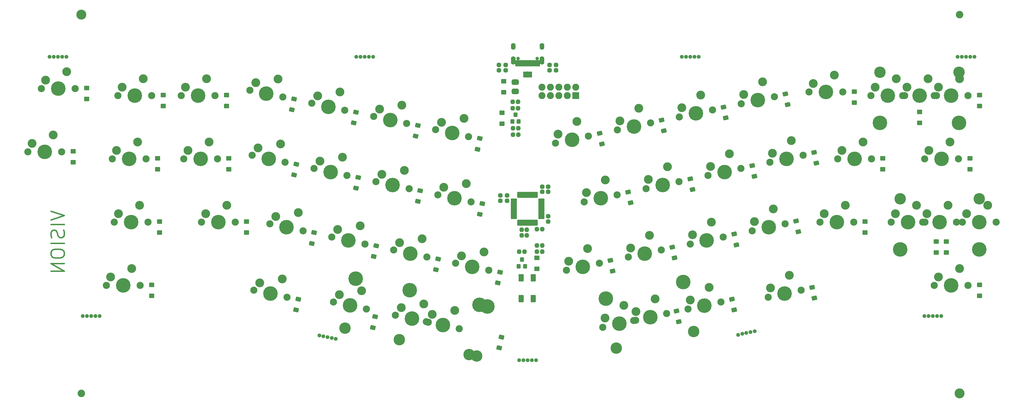
<source format=gbr>
%TF.GenerationSoftware,KiCad,Pcbnew,(6.0.11-0)*%
%TF.CreationDate,2023-07-09T00:15:19+09:00*%
%TF.ProjectId,Vision,56697369-6f6e-42e6-9b69-6361645f7063,rev?*%
%TF.SameCoordinates,Original*%
%TF.FileFunction,Soldermask,Bot*%
%TF.FilePolarity,Negative*%
%FSLAX46Y46*%
G04 Gerber Fmt 4.6, Leading zero omitted, Abs format (unit mm)*
G04 Created by KiCad (PCBNEW (6.0.11-0)) date 2023-07-09 00:15:19*
%MOMM*%
%LPD*%
G01*
G04 APERTURE LIST*
G04 Aperture macros list*
%AMRoundRect*
0 Rectangle with rounded corners*
0 $1 Rounding radius*
0 $2 $3 $4 $5 $6 $7 $8 $9 X,Y pos of 4 corners*
0 Add a 4 corners polygon primitive as box body*
4,1,4,$2,$3,$4,$5,$6,$7,$8,$9,$2,$3,0*
0 Add four circle primitives for the rounded corners*
1,1,$1+$1,$2,$3*
1,1,$1+$1,$4,$5*
1,1,$1+$1,$6,$7*
1,1,$1+$1,$8,$9*
0 Add four rect primitives between the rounded corners*
20,1,$1+$1,$2,$3,$4,$5,0*
20,1,$1+$1,$4,$5,$6,$7,0*
20,1,$1+$1,$6,$7,$8,$9,0*
20,1,$1+$1,$8,$9,$2,$3,0*%
G04 Aperture macros list end*
%ADD10C,0.400000*%
%ADD11C,2.150000*%
%ADD12C,4.387800*%
%ADD13C,2.650000*%
%ADD14C,3.448000*%
%ADD15C,1.187400*%
%ADD16RoundRect,0.200000X0.600000X-0.450000X0.600000X0.450000X-0.600000X0.450000X-0.600000X-0.450000X0*%
%ADD17RoundRect,0.200000X0.493328X-0.564913X0.680449X0.315419X-0.493328X0.564913X-0.680449X-0.315419X0*%
%ADD18RoundRect,0.200000X0.680449X-0.315419X0.493328X0.564913X-0.680449X0.315419X-0.493328X-0.564913X0*%
%ADD19RoundRect,0.450000X0.625000X-0.375000X0.625000X0.375000X-0.625000X0.375000X-0.625000X-0.375000X0*%
%ADD20RoundRect,0.418750X0.218750X0.256250X-0.218750X0.256250X-0.218750X-0.256250X0.218750X-0.256250X0*%
%ADD21C,1.050000*%
%ADD22RoundRect,0.200000X-0.300000X-0.725000X0.300000X-0.725000X0.300000X0.725000X-0.300000X0.725000X0*%
%ADD23RoundRect,0.200000X-0.150000X-0.725000X0.150000X-0.725000X0.150000X0.725000X-0.150000X0.725000X0*%
%ADD24O,1.400000X2.000000*%
%ADD25O,1.400000X2.500000*%
%ADD26RoundRect,0.418750X-0.218750X-0.256250X0.218750X-0.256250X0.218750X0.256250X-0.218750X0.256250X0*%
%ADD27RoundRect,0.418750X-0.256250X0.218750X-0.256250X-0.218750X0.256250X-0.218750X0.256250X0.218750X0*%
%ADD28RoundRect,0.418750X0.256250X-0.218750X0.256250X0.218750X-0.256250X0.218750X-0.256250X-0.218750X0*%
%ADD29RoundRect,0.200000X0.400000X-0.450000X0.400000X0.450000X-0.400000X0.450000X-0.400000X-0.450000X0*%
%ADD30RoundRect,0.250000X0.050000X-0.232500X0.050000X0.232500X-0.050000X0.232500X-0.050000X-0.232500X0*%
%ADD31RoundRect,0.300000X0.100000X-0.182500X0.100000X0.182500X-0.100000X0.182500X-0.100000X-0.182500X0*%
%ADD32RoundRect,0.200000X0.850000X-0.850000X0.850000X0.850000X-0.850000X0.850000X-0.850000X-0.850000X0*%
%ADD33O,2.100000X2.100000*%
%ADD34RoundRect,0.200000X-0.550000X0.900000X-0.550000X-0.900000X0.550000X-0.900000X0.550000X0.900000X0*%
%ADD35RoundRect,0.200000X-0.600000X0.450000X-0.600000X-0.450000X0.600000X-0.450000X0.600000X0.450000X0*%
%ADD36C,2.250000*%
%ADD37C,3.000000*%
%ADD38RoundRect,0.275000X0.075000X-0.662500X0.075000X0.662500X-0.075000X0.662500X-0.075000X-0.662500X0*%
%ADD39RoundRect,0.275000X0.662500X-0.075000X0.662500X0.075000X-0.662500X0.075000X-0.662500X-0.075000X0*%
G04 APERTURE END LIST*
D10*
%TO.C,H1*%
X66559523Y-132166666D02*
X70559523Y-133500000D01*
X66559523Y-134833333D01*
X70559523Y-136166666D02*
X66559523Y-136166666D01*
X70369047Y-137880952D02*
X70559523Y-138452380D01*
X70559523Y-139404761D01*
X70369047Y-139785714D01*
X70178571Y-139976190D01*
X69797619Y-140166666D01*
X69416666Y-140166666D01*
X69035714Y-139976190D01*
X68845238Y-139785714D01*
X68654761Y-139404761D01*
X68464285Y-138642857D01*
X68273809Y-138261904D01*
X68083333Y-138071428D01*
X67702380Y-137880952D01*
X67321428Y-137880952D01*
X66940476Y-138071428D01*
X66750000Y-138261904D01*
X66559523Y-138642857D01*
X66559523Y-139595238D01*
X66750000Y-140166666D01*
X70559523Y-141880952D02*
X66559523Y-141880952D01*
X66559523Y-144547619D02*
X66559523Y-145309523D01*
X66750000Y-145690476D01*
X67130952Y-146071428D01*
X67892857Y-146261904D01*
X69226190Y-146261904D01*
X69988095Y-146071428D01*
X70369047Y-145690476D01*
X70559523Y-145309523D01*
X70559523Y-144547619D01*
X70369047Y-144166666D01*
X69988095Y-143785714D01*
X69226190Y-143595238D01*
X67892857Y-143595238D01*
X67130952Y-143785714D01*
X66750000Y-144166666D01*
X66559523Y-144547619D01*
X70559523Y-147976190D02*
X66559523Y-147976190D01*
X70559523Y-150261904D01*
X66559523Y-150261904D01*
%TD*%
D11*
%TO.C,K_\u002C1*%
X287513991Y-135994400D03*
X277576011Y-138106782D03*
D12*
X282545001Y-137050591D03*
D13*
X278290163Y-135358240D03*
X283973305Y-131553505D03*
%TD*%
D11*
%TO.C,K_;1*%
X313485001Y-116440592D03*
X303325001Y-116440592D03*
D12*
X308405001Y-116440592D03*
D13*
X304595001Y-113900592D03*
X310945001Y-111360592D03*
%TD*%
D11*
%TO.C,K_A1*%
X116685002Y-116440593D03*
X106525002Y-116440593D03*
D12*
X111605002Y-116440593D03*
D13*
X107795002Y-113900593D03*
X114145002Y-111360593D03*
%TD*%
D11*
%TO.C,K_ALT1*%
X137613990Y-158096784D03*
X127676010Y-155984402D03*
D12*
X132645000Y-157040593D03*
D13*
X129446353Y-153763955D03*
X136185686Y-152599699D03*
%TD*%
D11*
%TO.C,K_B1*%
X198325126Y-149988936D03*
D12*
X193356136Y-148932745D03*
D11*
X188387146Y-147876554D03*
D13*
X190157489Y-145656107D03*
X196896822Y-144491851D03*
%TD*%
D12*
%TO.C,K_C1*%
X156088712Y-141011309D03*
D11*
X151119722Y-139955118D03*
X161057702Y-142067500D03*
D13*
X152890065Y-137734671D03*
X159629398Y-136570415D03*
%TD*%
D11*
%TO.C,K_CTRL1*%
X83300001Y-154540592D03*
X93460001Y-154540592D03*
D12*
X88380001Y-154540592D03*
D13*
X84570001Y-152000592D03*
X90920001Y-149460592D03*
%TD*%
D12*
%TO.C,K_D1*%
X150738712Y-120401310D03*
D11*
X145769722Y-119345119D03*
X155707702Y-121457501D03*
D13*
X147540065Y-117124672D03*
X154279398Y-115960416D03*
%TD*%
D11*
%TO.C,K_E1*%
X145069722Y-99715119D03*
D12*
X150038712Y-100771310D03*
D11*
X155007702Y-101827501D03*
D13*
X146840065Y-97494672D03*
X153579398Y-96330416D03*
%TD*%
D11*
%TO.C,K_F1*%
X164403434Y-123305837D03*
D12*
X169372424Y-124362028D03*
D11*
X174341414Y-125418219D03*
D13*
X166173777Y-121085390D03*
X172913110Y-119921134D03*
%TD*%
D12*
%TO.C,K_G1*%
X188006136Y-128322745D03*
D11*
X183037146Y-127266554D03*
X192975126Y-129378936D03*
D13*
X184807489Y-125046107D03*
X191546822Y-123881851D03*
%TD*%
D12*
%TO.C,K_H1*%
X232003865Y-128322744D03*
D11*
X236972855Y-127266553D03*
X227034875Y-129378935D03*
D13*
X227749027Y-126630393D03*
X233432169Y-122825658D03*
%TD*%
D11*
%TO.C,K_I1*%
X255682299Y-103807502D03*
X265620279Y-101695120D03*
D12*
X260651289Y-102751311D03*
D13*
X256396451Y-101058960D03*
X262079593Y-97254225D03*
%TD*%
D11*
%TO.C,K_J1*%
X245668587Y-125418219D03*
X255606567Y-123305837D03*
D12*
X250637577Y-124362028D03*
D13*
X246382739Y-122669677D03*
X252065881Y-118864942D03*
%TD*%
D12*
%TO.C,K_K1*%
X269271289Y-120401310D03*
D11*
X264302299Y-121457501D03*
X274240279Y-119345119D03*
D13*
X265016451Y-118708959D03*
X270699593Y-114904224D03*
%TD*%
D11*
%TO.C,K_L1*%
X282936010Y-117496784D03*
X292873990Y-115384402D03*
D12*
X287905000Y-116440593D03*
D13*
X283650162Y-114748242D03*
X289333304Y-110943507D03*
%TD*%
D12*
%TO.C,K_M1*%
X263911288Y-141011309D03*
D11*
X268880278Y-139955118D03*
X258942298Y-142067500D03*
D13*
X259656450Y-139318958D03*
X265339592Y-135514223D03*
%TD*%
D11*
%TO.C,K_N1*%
X250246567Y-143915836D03*
D12*
X245277577Y-144972027D03*
D11*
X240308587Y-146028218D03*
D13*
X241022739Y-143279676D03*
X246705881Y-139474941D03*
%TD*%
D12*
%TO.C,K_O1*%
X279285001Y-98790593D03*
D11*
X284253991Y-97734402D03*
X274316011Y-99846784D03*
D13*
X275030163Y-97098242D03*
X280713305Y-93293507D03*
%TD*%
D11*
%TO.C,K_P1*%
X294705001Y-96330593D03*
D12*
X299785001Y-96330593D03*
D11*
X304865001Y-96330593D03*
D13*
X295975001Y-93790593D03*
X302325001Y-91250593D03*
%TD*%
D11*
%TO.C,K_Q1*%
X105825000Y-97390592D03*
X115985000Y-97390592D03*
D12*
X110905000Y-97390592D03*
D13*
X107095000Y-94850592D03*
X113445000Y-92310592D03*
%TD*%
D11*
%TO.C,K_R1*%
X173641414Y-105788219D03*
X163703434Y-103675837D03*
D12*
X168672424Y-104732028D03*
D13*
X165473777Y-101455390D03*
X172213110Y-100291134D03*
%TD*%
D11*
%TO.C,K_S1*%
X137073989Y-117496784D03*
X127136009Y-115384402D03*
D12*
X132104999Y-116440593D03*
D13*
X128906352Y-113163955D03*
X135645685Y-111999699D03*
%TD*%
D12*
%TO.C,K_SHIFT1*%
X90761251Y-135490592D03*
D11*
X85681251Y-135490592D03*
X95841251Y-135490592D03*
D13*
X86951251Y-132950592D03*
X93301251Y-130410592D03*
%TD*%
D11*
%TO.C,K_SHIFT2*%
X319396250Y-135490592D03*
X329556250Y-135490592D03*
D12*
X324476250Y-135490592D03*
D13*
X320666250Y-132950592D03*
X327016250Y-130410592D03*
%TD*%
D11*
%TO.C,K_T1*%
X192275126Y-109748937D03*
X182337146Y-107636555D03*
D12*
X187306136Y-108692746D03*
D13*
X184107489Y-105416108D03*
X190846822Y-104251852D03*
%TD*%
D11*
%TO.C,K_TAB1*%
X85093751Y-116440593D03*
D12*
X90173751Y-116440593D03*
D11*
X95253751Y-116440593D03*
D13*
X86363751Y-113900593D03*
X92713751Y-111360593D03*
%TD*%
D12*
%TO.C,K_U1*%
X242017576Y-106712028D03*
D11*
X237048586Y-107768219D03*
X246986566Y-105655837D03*
D13*
X237762738Y-105019677D03*
X243445880Y-101214942D03*
%TD*%
D12*
%TO.C,K_V1*%
X174722424Y-144972027D03*
D11*
X169753434Y-143915836D03*
X179691414Y-146028218D03*
D13*
X171523777Y-141695389D03*
X178263110Y-140531133D03*
%TD*%
D11*
%TO.C,K_W1*%
X126436011Y-95754401D03*
X136373991Y-97866783D03*
D12*
X131405001Y-96810592D03*
D13*
X128206354Y-93533954D03*
X134945687Y-92369698D03*
%TD*%
D12*
%TO.C,K_WIN1*%
X156566598Y-160588476D03*
D11*
X161535588Y-161644667D03*
X151597608Y-159532285D03*
D13*
X153367951Y-157311838D03*
X160107284Y-156147582D03*
%TD*%
D11*
%TO.C,K_X1*%
X132486010Y-135994401D03*
D12*
X137455000Y-137050592D03*
D11*
X142423990Y-138106783D03*
D13*
X134256353Y-133773954D03*
X140995686Y-132609698D03*
%TD*%
D12*
%TO.C,K_Z1*%
X116955000Y-135490592D03*
D11*
X111875000Y-135490592D03*
X122035000Y-135490592D03*
D13*
X113145000Y-132950592D03*
X119495000Y-130410592D03*
%TD*%
D12*
%TO.C,K_ENTER1*%
X334598751Y-116440593D03*
D11*
X339678751Y-116440593D03*
X329518751Y-116440593D03*
D13*
X330788751Y-113900593D03*
X337138751Y-111360593D03*
%TD*%
D12*
%TO.C,K_.1*%
X303045001Y-135490592D03*
D11*
X297965001Y-135490592D03*
X308125001Y-135490592D03*
D13*
X299235001Y-132950592D03*
X305585001Y-130410592D03*
%TD*%
D11*
%TO.C,K_ALT2*%
X282386011Y-158096782D03*
X292323991Y-155984400D03*
D12*
X287355001Y-157040591D03*
D13*
X283100163Y-155348240D03*
X288783305Y-151543505D03*
%TD*%
D11*
%TO.C,K_B2*%
X231612855Y-147876554D03*
D12*
X226643865Y-148932745D03*
D11*
X221674875Y-149988936D03*
D13*
X222389027Y-147240394D03*
X228072169Y-143435659D03*
%TD*%
D12*
%TO.C,K_CTRL2*%
X337464500Y-154540592D03*
D11*
X342544500Y-154540592D03*
X332384500Y-154540592D03*
D13*
X333654500Y-152000592D03*
X340004500Y-149460592D03*
%TD*%
D11*
%TO.C,K_DEL1*%
X342545001Y-97390593D03*
D12*
X337465001Y-97390593D03*
D11*
X332385001Y-97390593D03*
D13*
X333655001Y-94850593D03*
X340005001Y-92310593D03*
%TD*%
D11*
%TO.C,K_ESC1*%
X96935001Y-97390593D03*
X86775001Y-97390593D03*
D12*
X91855001Y-97390593D03*
D13*
X88045001Y-94850593D03*
X94395001Y-92310593D03*
%TD*%
D11*
%TO.C,K_FN1*%
X340827501Y-135490592D03*
X350987501Y-135490592D03*
D12*
X345907501Y-135490592D03*
D13*
X342097501Y-132950592D03*
X348447501Y-130410592D03*
%TD*%
D11*
%TO.C,K_BSPC1*%
X323495001Y-97390592D03*
D12*
X318415001Y-97390592D03*
D11*
X313335001Y-97390592D03*
D13*
X314605001Y-94850592D03*
X320955001Y-92310592D03*
%TD*%
D11*
%TO.C,K_PGDN1*%
X59685000Y-114300593D03*
D12*
X64765000Y-114300593D03*
D11*
X69845000Y-114300593D03*
D13*
X60955000Y-111760593D03*
X67305000Y-109220593D03*
%TD*%
D11*
%TO.C,K_PGUP1*%
X63755002Y-95250593D03*
X73915002Y-95250593D03*
D12*
X68835002Y-95250593D03*
D13*
X65025002Y-92710593D03*
X71375002Y-90170593D03*
%TD*%
D11*
%TO.C,K_SPC1*%
X179548172Y-165473359D03*
D12*
X184517162Y-166529550D03*
D11*
X189486152Y-167585741D03*
D12*
X197879543Y-160930390D03*
D14*
X171418829Y-170886462D03*
X194710969Y-175837360D03*
D12*
X174587403Y-155979493D03*
D13*
X181318515Y-163252912D03*
X188057848Y-162088656D03*
%TD*%
D11*
%TO.C,K_SPC2*%
X232623235Y-167137378D03*
D12*
X237592225Y-166081187D03*
D11*
X242561215Y-165024996D03*
D13*
X233337387Y-164388836D03*
X239020529Y-160584101D03*
%TD*%
D12*
%TO.C,K_WIN2*%
X263213578Y-160635200D03*
D11*
X268182568Y-159579009D03*
X258244588Y-161691391D03*
D13*
X258958740Y-158942849D03*
X264641882Y-155138114D03*
%TD*%
D11*
%TO.C,K_Y1*%
X228352855Y-109616555D03*
D12*
X223383865Y-110672746D03*
D11*
X218414875Y-111728937D03*
D13*
X219129027Y-108980395D03*
X224812169Y-105175660D03*
%TD*%
D15*
%TO.C,H7*%
X275839133Y-168885953D03*
X277081381Y-168621905D03*
X278323628Y-168357857D03*
X274596886Y-169150000D03*
X273354639Y-169414048D03*
%TD*%
%TO.C,H9*%
X343227501Y-85704000D03*
X339417501Y-85704000D03*
X340687501Y-85704000D03*
X344497501Y-85704000D03*
X341957501Y-85704000D03*
%TD*%
%TO.C,H10*%
X260270000Y-85704001D03*
X261540000Y-85704001D03*
X256460000Y-85704001D03*
X257730000Y-85704001D03*
X259000000Y-85704001D03*
%TD*%
%TO.C,H12*%
X67445001Y-85703999D03*
X66175001Y-85703999D03*
X69985001Y-85703999D03*
X68715001Y-85703999D03*
X71255001Y-85703999D03*
%TD*%
%TO.C,H13*%
X79985001Y-163786591D03*
X77445001Y-163786591D03*
X81255001Y-163786591D03*
X78715001Y-163786591D03*
X76175001Y-163786591D03*
%TD*%
%TO.C,H15*%
X208730000Y-177086880D03*
X210000000Y-177086880D03*
X212540000Y-177086880D03*
X207460000Y-177086880D03*
X211270000Y-177086880D03*
%TD*%
%TO.C,H11*%
X159730000Y-85704000D03*
X161000000Y-85704000D03*
X158460000Y-85704000D03*
X162270000Y-85704000D03*
X163540000Y-85704000D03*
%TD*%
%TO.C,H14*%
X151075615Y-170415598D03*
X149833368Y-170151551D03*
X152317862Y-170679646D03*
X147348873Y-169623455D03*
X148591120Y-169887503D03*
%TD*%
%TO.C,H8*%
X333227501Y-163786591D03*
X331957501Y-163786591D03*
X334497501Y-163786591D03*
X329417501Y-163786591D03*
X330687501Y-163786591D03*
%TD*%
D14*
%TO.C,K_SHIFT3*%
X345907501Y-128505592D03*
D11*
X328921251Y-135490592D03*
D12*
X345907501Y-143745592D03*
D14*
X322095001Y-128505592D03*
D11*
X339081251Y-135490592D03*
D12*
X334001251Y-135490592D03*
X322095001Y-143745592D03*
D13*
X330191251Y-132950592D03*
X336541251Y-130410592D03*
%TD*%
D12*
%TO.C,K_SPC3*%
X175200305Y-164549191D03*
D11*
X180169295Y-165605382D03*
D14*
X192381754Y-175342270D03*
D12*
X158282904Y-152513865D03*
D14*
X155114330Y-167420834D03*
D12*
X195550328Y-160435300D03*
D11*
X170231315Y-163493000D03*
D13*
X172001658Y-161272553D03*
X178740991Y-160108297D03*
%TD*%
D11*
%TO.C,K_SPC4*%
X251878071Y-163044637D03*
X241940091Y-165157019D03*
D14*
X260007414Y-168457740D03*
X236715274Y-173408638D03*
D12*
X256838840Y-153550771D03*
X233546700Y-158501668D03*
X246909081Y-164100828D03*
D13*
X242654243Y-162408477D03*
X248337385Y-158603742D03*
%TD*%
D14*
%TO.C,K_BSPC2*%
X339846251Y-90405593D03*
D11*
X333020001Y-97390593D03*
D12*
X339846251Y-105645593D03*
X327940001Y-97390593D03*
D11*
X322860001Y-97390593D03*
D12*
X316033751Y-105645593D03*
D14*
X316033751Y-90405593D03*
D13*
X324130001Y-94850593D03*
X330480001Y-92310593D03*
%TD*%
D16*
%TO.C,D16*%
X98673751Y-119590592D03*
X98673751Y-116290592D03*
%TD*%
%TO.C,D17*%
X120105001Y-119590593D03*
X120105001Y-116290593D03*
%TD*%
D17*
%TO.C,D18*%
X139764333Y-121289006D03*
X140450441Y-118061118D03*
%TD*%
%TO.C,D19*%
X158398045Y-125249724D03*
X159084153Y-122021836D03*
%TD*%
%TO.C,D20*%
X177031756Y-129210442D03*
X177717864Y-125982554D03*
%TD*%
%TO.C,D21*%
X195665469Y-133171159D03*
X196351577Y-129943271D03*
%TD*%
D18*
%TO.C,D22*%
X240973041Y-129636661D03*
X240286933Y-126408773D03*
%TD*%
%TO.C,D23*%
X259606753Y-125675944D03*
X258920645Y-122448056D03*
%TD*%
%TO.C,D24*%
X278240465Y-121715226D03*
X277554357Y-118487338D03*
%TD*%
%TO.C,D25*%
X296874176Y-117754509D03*
X296188068Y-114526621D03*
%TD*%
D16*
%TO.C,D26*%
X316905001Y-119590592D03*
X316905001Y-116290592D03*
%TD*%
%TO.C,D27*%
X343098751Y-119590593D03*
X343098751Y-116290593D03*
%TD*%
D17*
%TO.C,D31*%
X163748045Y-145859723D03*
X164434153Y-142631835D03*
%TD*%
%TO.C,D32*%
X182381757Y-149820441D03*
X183067865Y-146592553D03*
%TD*%
%TO.C,D33*%
X201015469Y-153781159D03*
X201701577Y-150553271D03*
%TD*%
D18*
%TO.C,D34*%
X235613041Y-150246661D03*
X234926933Y-147018773D03*
%TD*%
%TO.C,D35*%
X254246753Y-146285943D03*
X253560645Y-143058055D03*
%TD*%
%TO.C,D36*%
X272880465Y-142325225D03*
X272194357Y-139097337D03*
%TD*%
%TO.C,D37*%
X291514177Y-138364507D03*
X290828069Y-135136619D03*
%TD*%
D16*
%TO.C,D38*%
X311545001Y-138640592D03*
X311545001Y-135340592D03*
%TD*%
%TO.C,D39*%
X332976251Y-144640592D03*
X332976251Y-141340592D03*
%TD*%
D17*
%TO.C,D42*%
X140304334Y-161889006D03*
X140990442Y-158661118D03*
%TD*%
D19*
%TO.C,F1*%
X206335002Y-96150593D03*
X206335002Y-93350593D03*
%TD*%
D20*
%TO.C,R1*%
X207122503Y-99250593D03*
X205547503Y-99250593D03*
%TD*%
D21*
%TO.C,USB1*%
X207110000Y-86250000D03*
X212890000Y-86250000D03*
D22*
X206775000Y-87695000D03*
X207550000Y-87695000D03*
D23*
X208250000Y-87695000D03*
X208750000Y-87695000D03*
X209250000Y-87695000D03*
X209750000Y-87695000D03*
X210250000Y-87695000D03*
X210750000Y-87695000D03*
X211250000Y-87695000D03*
X211750000Y-87695000D03*
D22*
X212450000Y-87695000D03*
X213225000Y-87695000D03*
D24*
X205680000Y-82600000D03*
D25*
X214320000Y-86780000D03*
D24*
X214320000Y-82600000D03*
D25*
X205680000Y-86780000D03*
%TD*%
D16*
%TO.C,D41*%
X96880001Y-157690592D03*
X96880001Y-154390592D03*
%TD*%
D26*
%TO.C,C1*%
X205547502Y-101250593D03*
X207122502Y-101250593D03*
%TD*%
D20*
%TO.C,C5*%
X209087500Y-144400000D03*
X207512500Y-144400000D03*
%TD*%
D26*
%TO.C,C10*%
X208212500Y-139500000D03*
X209787500Y-139500000D03*
%TD*%
D27*
%TO.C,C11*%
X201835002Y-127463093D03*
X201835002Y-129038093D03*
%TD*%
D28*
%TO.C,C12*%
X216200000Y-126387500D03*
X216200000Y-124812500D03*
%TD*%
D29*
%TO.C,Q1*%
X209250000Y-148800000D03*
X207350000Y-148800000D03*
X208300000Y-146800000D03*
%TD*%
D20*
%TO.C,R2*%
X207187500Y-109200000D03*
X205612500Y-109200000D03*
%TD*%
D30*
%TO.C,U3*%
X211000000Y-91456573D03*
X210500000Y-91456573D03*
D31*
X210000000Y-91456573D03*
D30*
X209500000Y-91456573D03*
X209000000Y-91456573D03*
X209000000Y-90621573D03*
X209500000Y-90621573D03*
D31*
X210000000Y-90621573D03*
D30*
X210500000Y-90621573D03*
X211000000Y-90621573D03*
%TD*%
D26*
%TO.C,C2*%
X205612500Y-107200000D03*
X207187500Y-107200000D03*
%TD*%
D20*
%TO.C,C4*%
X214387500Y-144400000D03*
X212812500Y-144400000D03*
%TD*%
D26*
%TO.C,C6*%
X208212500Y-137750000D03*
X209787500Y-137750000D03*
%TD*%
D27*
%TO.C,C7*%
X203835003Y-127463093D03*
X203835003Y-129038093D03*
%TD*%
D16*
%TO.C,D2*%
X100355001Y-100540593D03*
X100355001Y-97240593D03*
%TD*%
%TO.C,D3*%
X119405000Y-100540592D03*
X119405000Y-97240592D03*
%TD*%
D17*
%TO.C,D4*%
X139064334Y-101659006D03*
X139750442Y-98431118D03*
%TD*%
%TO.C,D5*%
X157698045Y-105619724D03*
X158384153Y-102391836D03*
%TD*%
%TO.C,D6*%
X176331757Y-109580442D03*
X177017865Y-106352554D03*
%TD*%
%TO.C,D7*%
X194965469Y-113541160D03*
X195651577Y-110313272D03*
%TD*%
D18*
%TO.C,D8*%
X232353041Y-111986662D03*
X231666933Y-108758774D03*
%TD*%
%TO.C,D9*%
X250986753Y-108025944D03*
X250300645Y-104798056D03*
%TD*%
%TO.C,D10*%
X269620465Y-104065227D03*
X268934357Y-100837339D03*
%TD*%
%TO.C,D11*%
X288254177Y-100104509D03*
X287568069Y-96876621D03*
%TD*%
D16*
%TO.C,D12*%
X308285001Y-99480593D03*
X308285001Y-96180593D03*
%TD*%
%TO.C,D13*%
X328000000Y-105600000D03*
X328000000Y-102300000D03*
%TD*%
%TO.C,D14*%
X345965001Y-100540593D03*
X345965001Y-97240593D03*
%TD*%
%TO.C,D15*%
X73265001Y-117450593D03*
X73265001Y-114150593D03*
%TD*%
%TO.C,D28*%
X99261251Y-138640592D03*
X99261251Y-135340592D03*
%TD*%
%TO.C,D29*%
X125455000Y-138640592D03*
X125455000Y-135340592D03*
%TD*%
D17*
%TO.C,D30*%
X145114333Y-141899007D03*
X145800441Y-138671119D03*
%TD*%
%TO.C,D43*%
X163456946Y-167213944D03*
X164143054Y-163986056D03*
%TD*%
D32*
%TO.C,J1*%
X224475000Y-97400000D03*
D33*
X224475000Y-94860000D03*
X221935000Y-97400000D03*
X221935000Y-94860000D03*
X219395000Y-97400000D03*
X219395000Y-94860000D03*
X216855000Y-97400000D03*
X216855000Y-94860000D03*
X214315000Y-97400000D03*
X214315000Y-94860000D03*
%TD*%
D34*
%TO.C,SW1*%
X208050000Y-158500000D03*
X208050000Y-152300000D03*
X211750000Y-152300000D03*
X211750000Y-158500000D03*
%TD*%
D29*
%TO.C,U1*%
X207350000Y-105200000D03*
X205450000Y-105200000D03*
X206400000Y-103200000D03*
%TD*%
D28*
%TO.C,R4*%
X216600000Y-89787500D03*
X216600000Y-88212500D03*
%TD*%
D27*
%TO.C,R5*%
X201400000Y-88212500D03*
X201400000Y-89787500D03*
%TD*%
D26*
%TO.C,R6*%
X212812500Y-142500000D03*
X214387500Y-142500000D03*
%TD*%
D16*
%TO.C,D1*%
X77335002Y-98400593D03*
X77335002Y-95100593D03*
%TD*%
D35*
%TO.C,D49*%
X202335002Y-102600593D03*
X202335002Y-105900593D03*
%TD*%
D17*
%TO.C,D44*%
X201493355Y-173358325D03*
X202179463Y-170130437D03*
%TD*%
D18*
%TO.C,D46*%
X272182754Y-161949115D03*
X271496646Y-158721227D03*
%TD*%
%TO.C,D47*%
X296324177Y-158354507D03*
X295638069Y-155126619D03*
%TD*%
%TO.C,D45*%
X255491845Y-165496878D03*
X254805737Y-162268990D03*
%TD*%
D16*
%TO.C,D50*%
X202835002Y-96400592D03*
X202835002Y-93100592D03*
%TD*%
%TO.C,D48*%
X345964500Y-157690592D03*
X345964500Y-154390592D03*
%TD*%
D28*
%TO.C,C3*%
X218600000Y-89787500D03*
X218600000Y-88212500D03*
%TD*%
%TO.C,C8*%
X214400000Y-126387500D03*
X214400000Y-124812500D03*
%TD*%
D27*
%TO.C,R3*%
X203399999Y-88212500D03*
X203399999Y-89787500D03*
%TD*%
D36*
%TO.C,H3*%
X339957502Y-73000000D03*
%TD*%
%TO.C,H4*%
X75715001Y-187040592D03*
%TD*%
D37*
%TO.C,H5*%
X75715001Y-73000000D03*
%TD*%
%TO.C,H6*%
X339957500Y-187040592D03*
%TD*%
D26*
%TO.C,C13*%
X212812500Y-137600000D03*
X214387500Y-137600000D03*
%TD*%
D28*
%TO.C,C9*%
X216200000Y-135337500D03*
X216200000Y-133762500D03*
%TD*%
D16*
%TO.C,D40*%
X336000000Y-144640592D03*
X336000000Y-141340592D03*
%TD*%
D38*
%TO.C,U2*%
X212750001Y-135653613D03*
X212250001Y-135653613D03*
X211750001Y-135653613D03*
X211250001Y-135653613D03*
X210750001Y-135653613D03*
X210250001Y-135653613D03*
X209750001Y-135653613D03*
X209250001Y-135653613D03*
X208750001Y-135653613D03*
X208250001Y-135653613D03*
X207750001Y-135653613D03*
X207250001Y-135653613D03*
D39*
X205837501Y-134241113D03*
X205837501Y-133741113D03*
X205837501Y-133241113D03*
X205837501Y-132741113D03*
X205837501Y-132241113D03*
X205837501Y-131741113D03*
X205837501Y-131241113D03*
X205837501Y-130741113D03*
X205837501Y-130241113D03*
X205837501Y-129741113D03*
X205837501Y-129241113D03*
X205837501Y-128741113D03*
D38*
X207250001Y-127328613D03*
X207750001Y-127328613D03*
X208250001Y-127328613D03*
X208750001Y-127328613D03*
X209250001Y-127328613D03*
X209750001Y-127328613D03*
X210250001Y-127328613D03*
X210750001Y-127328613D03*
X211250001Y-127328613D03*
X211750001Y-127328613D03*
X212250001Y-127328613D03*
X212750001Y-127328613D03*
D39*
X214162501Y-128741113D03*
X214162501Y-129241113D03*
X214162501Y-129741113D03*
X214162501Y-130241113D03*
X214162501Y-130741113D03*
X214162501Y-131241113D03*
X214162501Y-131741113D03*
X214162501Y-132241113D03*
X214162501Y-132741113D03*
X214162501Y-133241113D03*
X214162501Y-133741113D03*
X214162501Y-134241113D03*
%TD*%
D35*
%TO.C,D51*%
X212800001Y-146250000D03*
X212800001Y-149550000D03*
%TD*%
M02*

</source>
